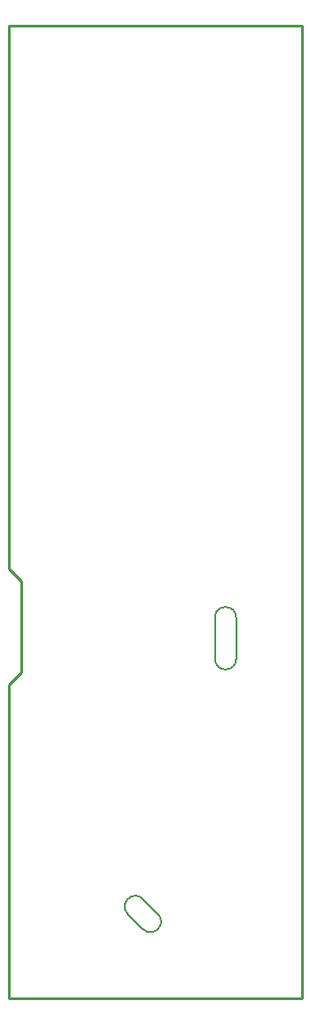
<source format=gbr>
G04 #@! TF.GenerationSoftware,KiCad,Pcbnew,5.1.0-rc2-unknown-036be7d~80~ubuntu16.04.1*
G04 #@! TF.CreationDate,2021-12-23T14:11:39+02:00*
G04 #@! TF.ProjectId,ESP32-PoE-ISO_Rev_I,45535033-322d-4506-9f45-2d49534f5f52,I*
G04 #@! TF.SameCoordinates,Original*
G04 #@! TF.FileFunction,Profile,NP*
%FSLAX46Y46*%
G04 Gerber Fmt 4.6, Leading zero omitted, Abs format (unit mm)*
G04 Created by KiCad (PCBNEW 5.1.0-rc2-unknown-036be7d~80~ubuntu16.04.1) date 2021-12-23 14:11:39*
%MOMM*%
%LPD*%
G04 APERTURE LIST*
%ADD10C,0.150000*%
%ADD11C,0.254000*%
G04 APERTURE END LIST*
D10*
X111887000Y-155702000D02*
X111887000Y-151765000D01*
X109855000Y-155702000D02*
X109854991Y-151765000D01*
X111887000Y-155702000D02*
G75*
G02X109855000Y-155702000I-1016000J0D01*
G01*
X109854991Y-151765000D02*
G75*
G02X111887009Y-151765000I1016009J0D01*
G01*
X104412050Y-180095025D02*
X102975217Y-178658179D01*
X102975212Y-181531865D02*
X101538369Y-180095027D01*
X104412048Y-180095025D02*
G75*
G02X102975212Y-181531865I-718418J-718420D01*
G01*
X101538363Y-180095033D02*
G75*
G02X102975217Y-178658179I718427J718427D01*
G01*
D11*
X90150000Y-158200000D02*
X91350000Y-157000000D01*
X90150000Y-188150000D02*
X90150000Y-158200000D01*
X91350000Y-148300000D02*
X91350000Y-157000000D01*
X90150000Y-147100000D02*
X91350000Y-148300000D01*
X90150000Y-147100000D02*
X90150000Y-95150000D01*
X90150000Y-188150000D02*
X118150000Y-188150000D01*
X90150000Y-95150000D02*
X118150000Y-95150000D01*
X118150000Y-188150000D02*
X118150000Y-95150000D01*
M02*

</source>
